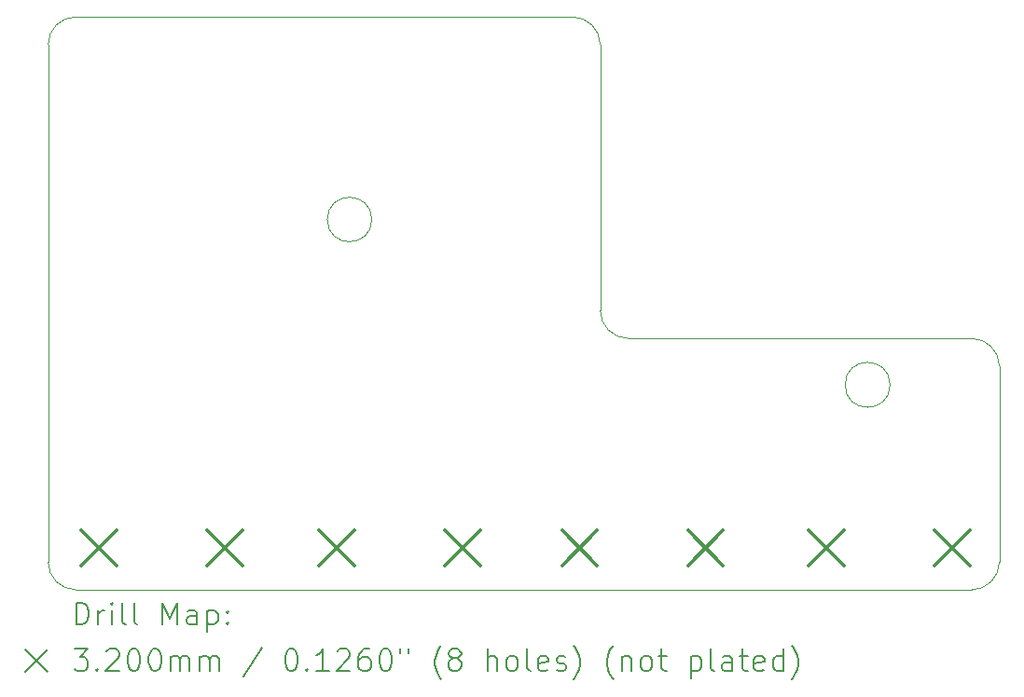
<source format=gbr>
%TF.GenerationSoftware,KiCad,Pcbnew,7.0.9*%
%TF.CreationDate,2023-12-29T21:55:32-05:00*%
%TF.ProjectId,Esp Controller,45737020-436f-46e7-9472-6f6c6c65722e,rev?*%
%TF.SameCoordinates,Original*%
%TF.FileFunction,Drillmap*%
%TF.FilePolarity,Positive*%
%FSLAX45Y45*%
G04 Gerber Fmt 4.5, Leading zero omitted, Abs format (unit mm)*
G04 Created by KiCad (PCBNEW 7.0.9) date 2023-12-29 21:55:32*
%MOMM*%
%LPD*%
G01*
G04 APERTURE LIST*
%ADD10C,0.100000*%
%ADD11C,0.200000*%
%ADD12C,0.320000*%
G04 APERTURE END LIST*
D10*
X17653000Y-10160000D02*
X9525000Y-10160000D01*
X17907000Y-8128000D02*
G75*
G03*
X17653000Y-7874000I-254000J0D01*
G01*
X16915553Y-8297000D02*
G75*
G03*
X16915553Y-8297000I-204553J0D01*
G01*
X14284605Y-5208395D02*
X14284605Y-7621395D01*
X12210040Y-6795000D02*
G75*
G03*
X12210040Y-6795000I-202040J0D01*
G01*
X9525000Y-4953000D02*
G75*
G03*
X9271000Y-5207000I0J-254000D01*
G01*
X14284605Y-5208395D02*
G75*
G03*
X14030605Y-4954395I-253995J5D01*
G01*
X14284605Y-7621395D02*
G75*
G03*
X14538605Y-7875395I253995J-5D01*
G01*
X9525000Y-4953000D02*
X14030605Y-4954395D01*
X9271000Y-5207000D02*
X9271000Y-9906000D01*
X17907000Y-9906000D02*
X17907000Y-8128000D01*
X17653000Y-10160000D02*
G75*
G03*
X17907000Y-9906000I0J254000D01*
G01*
X14538605Y-7875395D02*
X17653000Y-7874000D01*
X9271000Y-9906000D02*
G75*
G03*
X9525000Y-10160000I254000J0D01*
G01*
D11*
D12*
X9571750Y-9617000D02*
X9891750Y-9937000D01*
X9891750Y-9617000D02*
X9571750Y-9937000D01*
X10714750Y-9617000D02*
X11034750Y-9937000D01*
X11034750Y-9617000D02*
X10714750Y-9937000D01*
X11730750Y-9617000D02*
X12050750Y-9937000D01*
X12050750Y-9617000D02*
X11730750Y-9937000D01*
X12873750Y-9617000D02*
X13193750Y-9937000D01*
X13193750Y-9617000D02*
X12873750Y-9937000D01*
X13937000Y-9619000D02*
X14257000Y-9939000D01*
X14257000Y-9619000D02*
X13937000Y-9939000D01*
X15080000Y-9619000D02*
X15400000Y-9939000D01*
X15400000Y-9619000D02*
X15080000Y-9939000D01*
X16175750Y-9617000D02*
X16495750Y-9937000D01*
X16495750Y-9617000D02*
X16175750Y-9937000D01*
X17318750Y-9617000D02*
X17638750Y-9937000D01*
X17638750Y-9617000D02*
X17318750Y-9937000D01*
D11*
X9526777Y-10476484D02*
X9526777Y-10276484D01*
X9526777Y-10276484D02*
X9574396Y-10276484D01*
X9574396Y-10276484D02*
X9602967Y-10286008D01*
X9602967Y-10286008D02*
X9622015Y-10305055D01*
X9622015Y-10305055D02*
X9631539Y-10324103D01*
X9631539Y-10324103D02*
X9641063Y-10362198D01*
X9641063Y-10362198D02*
X9641063Y-10390770D01*
X9641063Y-10390770D02*
X9631539Y-10428865D01*
X9631539Y-10428865D02*
X9622015Y-10447912D01*
X9622015Y-10447912D02*
X9602967Y-10466960D01*
X9602967Y-10466960D02*
X9574396Y-10476484D01*
X9574396Y-10476484D02*
X9526777Y-10476484D01*
X9726777Y-10476484D02*
X9726777Y-10343150D01*
X9726777Y-10381246D02*
X9736301Y-10362198D01*
X9736301Y-10362198D02*
X9745824Y-10352674D01*
X9745824Y-10352674D02*
X9764872Y-10343150D01*
X9764872Y-10343150D02*
X9783920Y-10343150D01*
X9850586Y-10476484D02*
X9850586Y-10343150D01*
X9850586Y-10276484D02*
X9841063Y-10286008D01*
X9841063Y-10286008D02*
X9850586Y-10295531D01*
X9850586Y-10295531D02*
X9860110Y-10286008D01*
X9860110Y-10286008D02*
X9850586Y-10276484D01*
X9850586Y-10276484D02*
X9850586Y-10295531D01*
X9974396Y-10476484D02*
X9955348Y-10466960D01*
X9955348Y-10466960D02*
X9945824Y-10447912D01*
X9945824Y-10447912D02*
X9945824Y-10276484D01*
X10079158Y-10476484D02*
X10060110Y-10466960D01*
X10060110Y-10466960D02*
X10050586Y-10447912D01*
X10050586Y-10447912D02*
X10050586Y-10276484D01*
X10307729Y-10476484D02*
X10307729Y-10276484D01*
X10307729Y-10276484D02*
X10374396Y-10419341D01*
X10374396Y-10419341D02*
X10441063Y-10276484D01*
X10441063Y-10276484D02*
X10441063Y-10476484D01*
X10622015Y-10476484D02*
X10622015Y-10371722D01*
X10622015Y-10371722D02*
X10612491Y-10352674D01*
X10612491Y-10352674D02*
X10593444Y-10343150D01*
X10593444Y-10343150D02*
X10555348Y-10343150D01*
X10555348Y-10343150D02*
X10536301Y-10352674D01*
X10622015Y-10466960D02*
X10602967Y-10476484D01*
X10602967Y-10476484D02*
X10555348Y-10476484D01*
X10555348Y-10476484D02*
X10536301Y-10466960D01*
X10536301Y-10466960D02*
X10526777Y-10447912D01*
X10526777Y-10447912D02*
X10526777Y-10428865D01*
X10526777Y-10428865D02*
X10536301Y-10409817D01*
X10536301Y-10409817D02*
X10555348Y-10400293D01*
X10555348Y-10400293D02*
X10602967Y-10400293D01*
X10602967Y-10400293D02*
X10622015Y-10390770D01*
X10717253Y-10343150D02*
X10717253Y-10543150D01*
X10717253Y-10352674D02*
X10736301Y-10343150D01*
X10736301Y-10343150D02*
X10774396Y-10343150D01*
X10774396Y-10343150D02*
X10793444Y-10352674D01*
X10793444Y-10352674D02*
X10802967Y-10362198D01*
X10802967Y-10362198D02*
X10812491Y-10381246D01*
X10812491Y-10381246D02*
X10812491Y-10438389D01*
X10812491Y-10438389D02*
X10802967Y-10457436D01*
X10802967Y-10457436D02*
X10793444Y-10466960D01*
X10793444Y-10466960D02*
X10774396Y-10476484D01*
X10774396Y-10476484D02*
X10736301Y-10476484D01*
X10736301Y-10476484D02*
X10717253Y-10466960D01*
X10898205Y-10457436D02*
X10907729Y-10466960D01*
X10907729Y-10466960D02*
X10898205Y-10476484D01*
X10898205Y-10476484D02*
X10888682Y-10466960D01*
X10888682Y-10466960D02*
X10898205Y-10457436D01*
X10898205Y-10457436D02*
X10898205Y-10476484D01*
X10898205Y-10352674D02*
X10907729Y-10362198D01*
X10907729Y-10362198D02*
X10898205Y-10371722D01*
X10898205Y-10371722D02*
X10888682Y-10362198D01*
X10888682Y-10362198D02*
X10898205Y-10352674D01*
X10898205Y-10352674D02*
X10898205Y-10371722D01*
X9066000Y-10705000D02*
X9266000Y-10905000D01*
X9266000Y-10705000D02*
X9066000Y-10905000D01*
X9507729Y-10696484D02*
X9631539Y-10696484D01*
X9631539Y-10696484D02*
X9564872Y-10772674D01*
X9564872Y-10772674D02*
X9593444Y-10772674D01*
X9593444Y-10772674D02*
X9612491Y-10782198D01*
X9612491Y-10782198D02*
X9622015Y-10791722D01*
X9622015Y-10791722D02*
X9631539Y-10810770D01*
X9631539Y-10810770D02*
X9631539Y-10858389D01*
X9631539Y-10858389D02*
X9622015Y-10877436D01*
X9622015Y-10877436D02*
X9612491Y-10886960D01*
X9612491Y-10886960D02*
X9593444Y-10896484D01*
X9593444Y-10896484D02*
X9536301Y-10896484D01*
X9536301Y-10896484D02*
X9517253Y-10886960D01*
X9517253Y-10886960D02*
X9507729Y-10877436D01*
X9717253Y-10877436D02*
X9726777Y-10886960D01*
X9726777Y-10886960D02*
X9717253Y-10896484D01*
X9717253Y-10896484D02*
X9707729Y-10886960D01*
X9707729Y-10886960D02*
X9717253Y-10877436D01*
X9717253Y-10877436D02*
X9717253Y-10896484D01*
X9802967Y-10715531D02*
X9812491Y-10706008D01*
X9812491Y-10706008D02*
X9831539Y-10696484D01*
X9831539Y-10696484D02*
X9879158Y-10696484D01*
X9879158Y-10696484D02*
X9898205Y-10706008D01*
X9898205Y-10706008D02*
X9907729Y-10715531D01*
X9907729Y-10715531D02*
X9917253Y-10734579D01*
X9917253Y-10734579D02*
X9917253Y-10753627D01*
X9917253Y-10753627D02*
X9907729Y-10782198D01*
X9907729Y-10782198D02*
X9793444Y-10896484D01*
X9793444Y-10896484D02*
X9917253Y-10896484D01*
X10041063Y-10696484D02*
X10060110Y-10696484D01*
X10060110Y-10696484D02*
X10079158Y-10706008D01*
X10079158Y-10706008D02*
X10088682Y-10715531D01*
X10088682Y-10715531D02*
X10098205Y-10734579D01*
X10098205Y-10734579D02*
X10107729Y-10772674D01*
X10107729Y-10772674D02*
X10107729Y-10820293D01*
X10107729Y-10820293D02*
X10098205Y-10858389D01*
X10098205Y-10858389D02*
X10088682Y-10877436D01*
X10088682Y-10877436D02*
X10079158Y-10886960D01*
X10079158Y-10886960D02*
X10060110Y-10896484D01*
X10060110Y-10896484D02*
X10041063Y-10896484D01*
X10041063Y-10896484D02*
X10022015Y-10886960D01*
X10022015Y-10886960D02*
X10012491Y-10877436D01*
X10012491Y-10877436D02*
X10002967Y-10858389D01*
X10002967Y-10858389D02*
X9993444Y-10820293D01*
X9993444Y-10820293D02*
X9993444Y-10772674D01*
X9993444Y-10772674D02*
X10002967Y-10734579D01*
X10002967Y-10734579D02*
X10012491Y-10715531D01*
X10012491Y-10715531D02*
X10022015Y-10706008D01*
X10022015Y-10706008D02*
X10041063Y-10696484D01*
X10231539Y-10696484D02*
X10250586Y-10696484D01*
X10250586Y-10696484D02*
X10269634Y-10706008D01*
X10269634Y-10706008D02*
X10279158Y-10715531D01*
X10279158Y-10715531D02*
X10288682Y-10734579D01*
X10288682Y-10734579D02*
X10298205Y-10772674D01*
X10298205Y-10772674D02*
X10298205Y-10820293D01*
X10298205Y-10820293D02*
X10288682Y-10858389D01*
X10288682Y-10858389D02*
X10279158Y-10877436D01*
X10279158Y-10877436D02*
X10269634Y-10886960D01*
X10269634Y-10886960D02*
X10250586Y-10896484D01*
X10250586Y-10896484D02*
X10231539Y-10896484D01*
X10231539Y-10896484D02*
X10212491Y-10886960D01*
X10212491Y-10886960D02*
X10202967Y-10877436D01*
X10202967Y-10877436D02*
X10193444Y-10858389D01*
X10193444Y-10858389D02*
X10183920Y-10820293D01*
X10183920Y-10820293D02*
X10183920Y-10772674D01*
X10183920Y-10772674D02*
X10193444Y-10734579D01*
X10193444Y-10734579D02*
X10202967Y-10715531D01*
X10202967Y-10715531D02*
X10212491Y-10706008D01*
X10212491Y-10706008D02*
X10231539Y-10696484D01*
X10383920Y-10896484D02*
X10383920Y-10763150D01*
X10383920Y-10782198D02*
X10393444Y-10772674D01*
X10393444Y-10772674D02*
X10412491Y-10763150D01*
X10412491Y-10763150D02*
X10441063Y-10763150D01*
X10441063Y-10763150D02*
X10460110Y-10772674D01*
X10460110Y-10772674D02*
X10469634Y-10791722D01*
X10469634Y-10791722D02*
X10469634Y-10896484D01*
X10469634Y-10791722D02*
X10479158Y-10772674D01*
X10479158Y-10772674D02*
X10498205Y-10763150D01*
X10498205Y-10763150D02*
X10526777Y-10763150D01*
X10526777Y-10763150D02*
X10545825Y-10772674D01*
X10545825Y-10772674D02*
X10555348Y-10791722D01*
X10555348Y-10791722D02*
X10555348Y-10896484D01*
X10650586Y-10896484D02*
X10650586Y-10763150D01*
X10650586Y-10782198D02*
X10660110Y-10772674D01*
X10660110Y-10772674D02*
X10679158Y-10763150D01*
X10679158Y-10763150D02*
X10707729Y-10763150D01*
X10707729Y-10763150D02*
X10726777Y-10772674D01*
X10726777Y-10772674D02*
X10736301Y-10791722D01*
X10736301Y-10791722D02*
X10736301Y-10896484D01*
X10736301Y-10791722D02*
X10745825Y-10772674D01*
X10745825Y-10772674D02*
X10764872Y-10763150D01*
X10764872Y-10763150D02*
X10793444Y-10763150D01*
X10793444Y-10763150D02*
X10812491Y-10772674D01*
X10812491Y-10772674D02*
X10822015Y-10791722D01*
X10822015Y-10791722D02*
X10822015Y-10896484D01*
X11212491Y-10686960D02*
X11041063Y-10944103D01*
X11469634Y-10696484D02*
X11488682Y-10696484D01*
X11488682Y-10696484D02*
X11507729Y-10706008D01*
X11507729Y-10706008D02*
X11517253Y-10715531D01*
X11517253Y-10715531D02*
X11526777Y-10734579D01*
X11526777Y-10734579D02*
X11536301Y-10772674D01*
X11536301Y-10772674D02*
X11536301Y-10820293D01*
X11536301Y-10820293D02*
X11526777Y-10858389D01*
X11526777Y-10858389D02*
X11517253Y-10877436D01*
X11517253Y-10877436D02*
X11507729Y-10886960D01*
X11507729Y-10886960D02*
X11488682Y-10896484D01*
X11488682Y-10896484D02*
X11469634Y-10896484D01*
X11469634Y-10896484D02*
X11450586Y-10886960D01*
X11450586Y-10886960D02*
X11441063Y-10877436D01*
X11441063Y-10877436D02*
X11431539Y-10858389D01*
X11431539Y-10858389D02*
X11422015Y-10820293D01*
X11422015Y-10820293D02*
X11422015Y-10772674D01*
X11422015Y-10772674D02*
X11431539Y-10734579D01*
X11431539Y-10734579D02*
X11441063Y-10715531D01*
X11441063Y-10715531D02*
X11450586Y-10706008D01*
X11450586Y-10706008D02*
X11469634Y-10696484D01*
X11622015Y-10877436D02*
X11631539Y-10886960D01*
X11631539Y-10886960D02*
X11622015Y-10896484D01*
X11622015Y-10896484D02*
X11612491Y-10886960D01*
X11612491Y-10886960D02*
X11622015Y-10877436D01*
X11622015Y-10877436D02*
X11622015Y-10896484D01*
X11822015Y-10896484D02*
X11707729Y-10896484D01*
X11764872Y-10896484D02*
X11764872Y-10696484D01*
X11764872Y-10696484D02*
X11745825Y-10725055D01*
X11745825Y-10725055D02*
X11726777Y-10744103D01*
X11726777Y-10744103D02*
X11707729Y-10753627D01*
X11898206Y-10715531D02*
X11907729Y-10706008D01*
X11907729Y-10706008D02*
X11926777Y-10696484D01*
X11926777Y-10696484D02*
X11974396Y-10696484D01*
X11974396Y-10696484D02*
X11993444Y-10706008D01*
X11993444Y-10706008D02*
X12002967Y-10715531D01*
X12002967Y-10715531D02*
X12012491Y-10734579D01*
X12012491Y-10734579D02*
X12012491Y-10753627D01*
X12012491Y-10753627D02*
X12002967Y-10782198D01*
X12002967Y-10782198D02*
X11888682Y-10896484D01*
X11888682Y-10896484D02*
X12012491Y-10896484D01*
X12183920Y-10696484D02*
X12145825Y-10696484D01*
X12145825Y-10696484D02*
X12126777Y-10706008D01*
X12126777Y-10706008D02*
X12117253Y-10715531D01*
X12117253Y-10715531D02*
X12098206Y-10744103D01*
X12098206Y-10744103D02*
X12088682Y-10782198D01*
X12088682Y-10782198D02*
X12088682Y-10858389D01*
X12088682Y-10858389D02*
X12098206Y-10877436D01*
X12098206Y-10877436D02*
X12107729Y-10886960D01*
X12107729Y-10886960D02*
X12126777Y-10896484D01*
X12126777Y-10896484D02*
X12164872Y-10896484D01*
X12164872Y-10896484D02*
X12183920Y-10886960D01*
X12183920Y-10886960D02*
X12193444Y-10877436D01*
X12193444Y-10877436D02*
X12202967Y-10858389D01*
X12202967Y-10858389D02*
X12202967Y-10810770D01*
X12202967Y-10810770D02*
X12193444Y-10791722D01*
X12193444Y-10791722D02*
X12183920Y-10782198D01*
X12183920Y-10782198D02*
X12164872Y-10772674D01*
X12164872Y-10772674D02*
X12126777Y-10772674D01*
X12126777Y-10772674D02*
X12107729Y-10782198D01*
X12107729Y-10782198D02*
X12098206Y-10791722D01*
X12098206Y-10791722D02*
X12088682Y-10810770D01*
X12326777Y-10696484D02*
X12345825Y-10696484D01*
X12345825Y-10696484D02*
X12364872Y-10706008D01*
X12364872Y-10706008D02*
X12374396Y-10715531D01*
X12374396Y-10715531D02*
X12383920Y-10734579D01*
X12383920Y-10734579D02*
X12393444Y-10772674D01*
X12393444Y-10772674D02*
X12393444Y-10820293D01*
X12393444Y-10820293D02*
X12383920Y-10858389D01*
X12383920Y-10858389D02*
X12374396Y-10877436D01*
X12374396Y-10877436D02*
X12364872Y-10886960D01*
X12364872Y-10886960D02*
X12345825Y-10896484D01*
X12345825Y-10896484D02*
X12326777Y-10896484D01*
X12326777Y-10896484D02*
X12307729Y-10886960D01*
X12307729Y-10886960D02*
X12298206Y-10877436D01*
X12298206Y-10877436D02*
X12288682Y-10858389D01*
X12288682Y-10858389D02*
X12279158Y-10820293D01*
X12279158Y-10820293D02*
X12279158Y-10772674D01*
X12279158Y-10772674D02*
X12288682Y-10734579D01*
X12288682Y-10734579D02*
X12298206Y-10715531D01*
X12298206Y-10715531D02*
X12307729Y-10706008D01*
X12307729Y-10706008D02*
X12326777Y-10696484D01*
X12469634Y-10696484D02*
X12469634Y-10734579D01*
X12545825Y-10696484D02*
X12545825Y-10734579D01*
X12841063Y-10972674D02*
X12831539Y-10963150D01*
X12831539Y-10963150D02*
X12812491Y-10934579D01*
X12812491Y-10934579D02*
X12802968Y-10915531D01*
X12802968Y-10915531D02*
X12793444Y-10886960D01*
X12793444Y-10886960D02*
X12783920Y-10839341D01*
X12783920Y-10839341D02*
X12783920Y-10801246D01*
X12783920Y-10801246D02*
X12793444Y-10753627D01*
X12793444Y-10753627D02*
X12802968Y-10725055D01*
X12802968Y-10725055D02*
X12812491Y-10706008D01*
X12812491Y-10706008D02*
X12831539Y-10677436D01*
X12831539Y-10677436D02*
X12841063Y-10667912D01*
X12945825Y-10782198D02*
X12926777Y-10772674D01*
X12926777Y-10772674D02*
X12917253Y-10763150D01*
X12917253Y-10763150D02*
X12907729Y-10744103D01*
X12907729Y-10744103D02*
X12907729Y-10734579D01*
X12907729Y-10734579D02*
X12917253Y-10715531D01*
X12917253Y-10715531D02*
X12926777Y-10706008D01*
X12926777Y-10706008D02*
X12945825Y-10696484D01*
X12945825Y-10696484D02*
X12983920Y-10696484D01*
X12983920Y-10696484D02*
X13002968Y-10706008D01*
X13002968Y-10706008D02*
X13012491Y-10715531D01*
X13012491Y-10715531D02*
X13022015Y-10734579D01*
X13022015Y-10734579D02*
X13022015Y-10744103D01*
X13022015Y-10744103D02*
X13012491Y-10763150D01*
X13012491Y-10763150D02*
X13002968Y-10772674D01*
X13002968Y-10772674D02*
X12983920Y-10782198D01*
X12983920Y-10782198D02*
X12945825Y-10782198D01*
X12945825Y-10782198D02*
X12926777Y-10791722D01*
X12926777Y-10791722D02*
X12917253Y-10801246D01*
X12917253Y-10801246D02*
X12907729Y-10820293D01*
X12907729Y-10820293D02*
X12907729Y-10858389D01*
X12907729Y-10858389D02*
X12917253Y-10877436D01*
X12917253Y-10877436D02*
X12926777Y-10886960D01*
X12926777Y-10886960D02*
X12945825Y-10896484D01*
X12945825Y-10896484D02*
X12983920Y-10896484D01*
X12983920Y-10896484D02*
X13002968Y-10886960D01*
X13002968Y-10886960D02*
X13012491Y-10877436D01*
X13012491Y-10877436D02*
X13022015Y-10858389D01*
X13022015Y-10858389D02*
X13022015Y-10820293D01*
X13022015Y-10820293D02*
X13012491Y-10801246D01*
X13012491Y-10801246D02*
X13002968Y-10791722D01*
X13002968Y-10791722D02*
X12983920Y-10782198D01*
X13260110Y-10896484D02*
X13260110Y-10696484D01*
X13345825Y-10896484D02*
X13345825Y-10791722D01*
X13345825Y-10791722D02*
X13336301Y-10772674D01*
X13336301Y-10772674D02*
X13317253Y-10763150D01*
X13317253Y-10763150D02*
X13288682Y-10763150D01*
X13288682Y-10763150D02*
X13269634Y-10772674D01*
X13269634Y-10772674D02*
X13260110Y-10782198D01*
X13469634Y-10896484D02*
X13450587Y-10886960D01*
X13450587Y-10886960D02*
X13441063Y-10877436D01*
X13441063Y-10877436D02*
X13431539Y-10858389D01*
X13431539Y-10858389D02*
X13431539Y-10801246D01*
X13431539Y-10801246D02*
X13441063Y-10782198D01*
X13441063Y-10782198D02*
X13450587Y-10772674D01*
X13450587Y-10772674D02*
X13469634Y-10763150D01*
X13469634Y-10763150D02*
X13498206Y-10763150D01*
X13498206Y-10763150D02*
X13517253Y-10772674D01*
X13517253Y-10772674D02*
X13526777Y-10782198D01*
X13526777Y-10782198D02*
X13536301Y-10801246D01*
X13536301Y-10801246D02*
X13536301Y-10858389D01*
X13536301Y-10858389D02*
X13526777Y-10877436D01*
X13526777Y-10877436D02*
X13517253Y-10886960D01*
X13517253Y-10886960D02*
X13498206Y-10896484D01*
X13498206Y-10896484D02*
X13469634Y-10896484D01*
X13650587Y-10896484D02*
X13631539Y-10886960D01*
X13631539Y-10886960D02*
X13622015Y-10867912D01*
X13622015Y-10867912D02*
X13622015Y-10696484D01*
X13802968Y-10886960D02*
X13783920Y-10896484D01*
X13783920Y-10896484D02*
X13745825Y-10896484D01*
X13745825Y-10896484D02*
X13726777Y-10886960D01*
X13726777Y-10886960D02*
X13717253Y-10867912D01*
X13717253Y-10867912D02*
X13717253Y-10791722D01*
X13717253Y-10791722D02*
X13726777Y-10772674D01*
X13726777Y-10772674D02*
X13745825Y-10763150D01*
X13745825Y-10763150D02*
X13783920Y-10763150D01*
X13783920Y-10763150D02*
X13802968Y-10772674D01*
X13802968Y-10772674D02*
X13812491Y-10791722D01*
X13812491Y-10791722D02*
X13812491Y-10810770D01*
X13812491Y-10810770D02*
X13717253Y-10829817D01*
X13888682Y-10886960D02*
X13907730Y-10896484D01*
X13907730Y-10896484D02*
X13945825Y-10896484D01*
X13945825Y-10896484D02*
X13964872Y-10886960D01*
X13964872Y-10886960D02*
X13974396Y-10867912D01*
X13974396Y-10867912D02*
X13974396Y-10858389D01*
X13974396Y-10858389D02*
X13964872Y-10839341D01*
X13964872Y-10839341D02*
X13945825Y-10829817D01*
X13945825Y-10829817D02*
X13917253Y-10829817D01*
X13917253Y-10829817D02*
X13898206Y-10820293D01*
X13898206Y-10820293D02*
X13888682Y-10801246D01*
X13888682Y-10801246D02*
X13888682Y-10791722D01*
X13888682Y-10791722D02*
X13898206Y-10772674D01*
X13898206Y-10772674D02*
X13917253Y-10763150D01*
X13917253Y-10763150D02*
X13945825Y-10763150D01*
X13945825Y-10763150D02*
X13964872Y-10772674D01*
X14041063Y-10972674D02*
X14050587Y-10963150D01*
X14050587Y-10963150D02*
X14069634Y-10934579D01*
X14069634Y-10934579D02*
X14079158Y-10915531D01*
X14079158Y-10915531D02*
X14088682Y-10886960D01*
X14088682Y-10886960D02*
X14098206Y-10839341D01*
X14098206Y-10839341D02*
X14098206Y-10801246D01*
X14098206Y-10801246D02*
X14088682Y-10753627D01*
X14088682Y-10753627D02*
X14079158Y-10725055D01*
X14079158Y-10725055D02*
X14069634Y-10706008D01*
X14069634Y-10706008D02*
X14050587Y-10677436D01*
X14050587Y-10677436D02*
X14041063Y-10667912D01*
X14402968Y-10972674D02*
X14393444Y-10963150D01*
X14393444Y-10963150D02*
X14374396Y-10934579D01*
X14374396Y-10934579D02*
X14364872Y-10915531D01*
X14364872Y-10915531D02*
X14355349Y-10886960D01*
X14355349Y-10886960D02*
X14345825Y-10839341D01*
X14345825Y-10839341D02*
X14345825Y-10801246D01*
X14345825Y-10801246D02*
X14355349Y-10753627D01*
X14355349Y-10753627D02*
X14364872Y-10725055D01*
X14364872Y-10725055D02*
X14374396Y-10706008D01*
X14374396Y-10706008D02*
X14393444Y-10677436D01*
X14393444Y-10677436D02*
X14402968Y-10667912D01*
X14479158Y-10763150D02*
X14479158Y-10896484D01*
X14479158Y-10782198D02*
X14488682Y-10772674D01*
X14488682Y-10772674D02*
X14507730Y-10763150D01*
X14507730Y-10763150D02*
X14536301Y-10763150D01*
X14536301Y-10763150D02*
X14555349Y-10772674D01*
X14555349Y-10772674D02*
X14564872Y-10791722D01*
X14564872Y-10791722D02*
X14564872Y-10896484D01*
X14688682Y-10896484D02*
X14669634Y-10886960D01*
X14669634Y-10886960D02*
X14660111Y-10877436D01*
X14660111Y-10877436D02*
X14650587Y-10858389D01*
X14650587Y-10858389D02*
X14650587Y-10801246D01*
X14650587Y-10801246D02*
X14660111Y-10782198D01*
X14660111Y-10782198D02*
X14669634Y-10772674D01*
X14669634Y-10772674D02*
X14688682Y-10763150D01*
X14688682Y-10763150D02*
X14717253Y-10763150D01*
X14717253Y-10763150D02*
X14736301Y-10772674D01*
X14736301Y-10772674D02*
X14745825Y-10782198D01*
X14745825Y-10782198D02*
X14755349Y-10801246D01*
X14755349Y-10801246D02*
X14755349Y-10858389D01*
X14755349Y-10858389D02*
X14745825Y-10877436D01*
X14745825Y-10877436D02*
X14736301Y-10886960D01*
X14736301Y-10886960D02*
X14717253Y-10896484D01*
X14717253Y-10896484D02*
X14688682Y-10896484D01*
X14812492Y-10763150D02*
X14888682Y-10763150D01*
X14841063Y-10696484D02*
X14841063Y-10867912D01*
X14841063Y-10867912D02*
X14850587Y-10886960D01*
X14850587Y-10886960D02*
X14869634Y-10896484D01*
X14869634Y-10896484D02*
X14888682Y-10896484D01*
X15107730Y-10763150D02*
X15107730Y-10963150D01*
X15107730Y-10772674D02*
X15126777Y-10763150D01*
X15126777Y-10763150D02*
X15164873Y-10763150D01*
X15164873Y-10763150D02*
X15183920Y-10772674D01*
X15183920Y-10772674D02*
X15193444Y-10782198D01*
X15193444Y-10782198D02*
X15202968Y-10801246D01*
X15202968Y-10801246D02*
X15202968Y-10858389D01*
X15202968Y-10858389D02*
X15193444Y-10877436D01*
X15193444Y-10877436D02*
X15183920Y-10886960D01*
X15183920Y-10886960D02*
X15164873Y-10896484D01*
X15164873Y-10896484D02*
X15126777Y-10896484D01*
X15126777Y-10896484D02*
X15107730Y-10886960D01*
X15317253Y-10896484D02*
X15298206Y-10886960D01*
X15298206Y-10886960D02*
X15288682Y-10867912D01*
X15288682Y-10867912D02*
X15288682Y-10696484D01*
X15479158Y-10896484D02*
X15479158Y-10791722D01*
X15479158Y-10791722D02*
X15469634Y-10772674D01*
X15469634Y-10772674D02*
X15450587Y-10763150D01*
X15450587Y-10763150D02*
X15412492Y-10763150D01*
X15412492Y-10763150D02*
X15393444Y-10772674D01*
X15479158Y-10886960D02*
X15460111Y-10896484D01*
X15460111Y-10896484D02*
X15412492Y-10896484D01*
X15412492Y-10896484D02*
X15393444Y-10886960D01*
X15393444Y-10886960D02*
X15383920Y-10867912D01*
X15383920Y-10867912D02*
X15383920Y-10848865D01*
X15383920Y-10848865D02*
X15393444Y-10829817D01*
X15393444Y-10829817D02*
X15412492Y-10820293D01*
X15412492Y-10820293D02*
X15460111Y-10820293D01*
X15460111Y-10820293D02*
X15479158Y-10810770D01*
X15545825Y-10763150D02*
X15622015Y-10763150D01*
X15574396Y-10696484D02*
X15574396Y-10867912D01*
X15574396Y-10867912D02*
X15583920Y-10886960D01*
X15583920Y-10886960D02*
X15602968Y-10896484D01*
X15602968Y-10896484D02*
X15622015Y-10896484D01*
X15764873Y-10886960D02*
X15745825Y-10896484D01*
X15745825Y-10896484D02*
X15707730Y-10896484D01*
X15707730Y-10896484D02*
X15688682Y-10886960D01*
X15688682Y-10886960D02*
X15679158Y-10867912D01*
X15679158Y-10867912D02*
X15679158Y-10791722D01*
X15679158Y-10791722D02*
X15688682Y-10772674D01*
X15688682Y-10772674D02*
X15707730Y-10763150D01*
X15707730Y-10763150D02*
X15745825Y-10763150D01*
X15745825Y-10763150D02*
X15764873Y-10772674D01*
X15764873Y-10772674D02*
X15774396Y-10791722D01*
X15774396Y-10791722D02*
X15774396Y-10810770D01*
X15774396Y-10810770D02*
X15679158Y-10829817D01*
X15945825Y-10896484D02*
X15945825Y-10696484D01*
X15945825Y-10886960D02*
X15926777Y-10896484D01*
X15926777Y-10896484D02*
X15888682Y-10896484D01*
X15888682Y-10896484D02*
X15869634Y-10886960D01*
X15869634Y-10886960D02*
X15860111Y-10877436D01*
X15860111Y-10877436D02*
X15850587Y-10858389D01*
X15850587Y-10858389D02*
X15850587Y-10801246D01*
X15850587Y-10801246D02*
X15860111Y-10782198D01*
X15860111Y-10782198D02*
X15869634Y-10772674D01*
X15869634Y-10772674D02*
X15888682Y-10763150D01*
X15888682Y-10763150D02*
X15926777Y-10763150D01*
X15926777Y-10763150D02*
X15945825Y-10772674D01*
X16022015Y-10972674D02*
X16031539Y-10963150D01*
X16031539Y-10963150D02*
X16050587Y-10934579D01*
X16050587Y-10934579D02*
X16060111Y-10915531D01*
X16060111Y-10915531D02*
X16069634Y-10886960D01*
X16069634Y-10886960D02*
X16079158Y-10839341D01*
X16079158Y-10839341D02*
X16079158Y-10801246D01*
X16079158Y-10801246D02*
X16069634Y-10753627D01*
X16069634Y-10753627D02*
X16060111Y-10725055D01*
X16060111Y-10725055D02*
X16050587Y-10706008D01*
X16050587Y-10706008D02*
X16031539Y-10677436D01*
X16031539Y-10677436D02*
X16022015Y-10667912D01*
M02*

</source>
